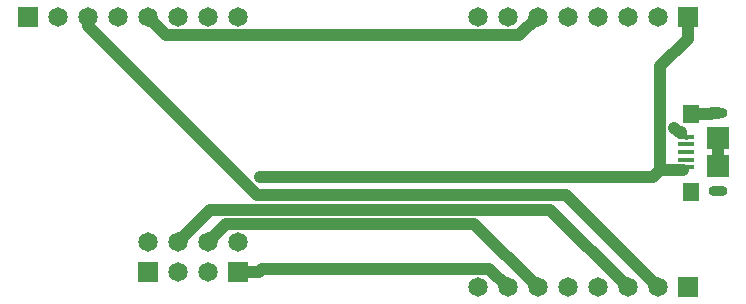
<source format=gbr>
%TF.GenerationSoftware,KiCad,Pcbnew,(5.1.7)-1*%
%TF.CreationDate,2020-12-19T10:57:03+09:00*%
%TF.ProjectId,pcbkicad,7063626b-6963-4616-942e-6b696361645f,rev?*%
%TF.SameCoordinates,Original*%
%TF.FileFunction,Copper,L1,Top*%
%TF.FilePolarity,Positive*%
%FSLAX46Y46*%
G04 Gerber Fmt 4.6, Leading zero omitted, Abs format (unit mm)*
G04 Created by KiCad (PCBNEW (5.1.7)-1) date 2020-12-19 10:57:03*
%MOMM*%
%LPD*%
G01*
G04 APERTURE LIST*
%TA.AperFunction,SMDPad,CuDef*%
%ADD10R,1.400000X1.600000*%
%TD*%
%TA.AperFunction,ComponentPad*%
%ADD11O,1.600000X0.900000*%
%TD*%
%TA.AperFunction,SMDPad,CuDef*%
%ADD12R,1.900000X1.900000*%
%TD*%
%TA.AperFunction,SMDPad,CuDef*%
%ADD13R,1.350000X0.400000*%
%TD*%
%TA.AperFunction,ComponentPad*%
%ADD14R,1.651000X1.651000*%
%TD*%
%TA.AperFunction,ComponentPad*%
%ADD15C,1.651000*%
%TD*%
%TA.AperFunction,ViaPad*%
%ADD16C,0.800000*%
%TD*%
%TA.AperFunction,Conductor*%
%ADD17C,1.000000*%
%TD*%
%TA.AperFunction,Conductor*%
%ADD18C,0.399800*%
%TD*%
G04 APERTURE END LIST*
D10*
%TO.P,USB1,11*%
%TO.N,Net-(USB1-Pad10)*%
X142526080Y-86970000D03*
D11*
%TO.P,USB1,10*%
X144780000Y-86870000D03*
D12*
%TO.P,USB1,9*%
%TO.N,Net-(USB1-Pad8)*%
X144780000Y-88970000D03*
%TO.P,USB1,8*%
X144780000Y-91370000D03*
D11*
%TO.P,USB1,7*%
%TO.N,Net-(USB1-Pad7)*%
X144780000Y-93470000D03*
D10*
%TO.P,USB1,6*%
%TO.N,Net-(USB1-Pad6)*%
X142526080Y-93570000D03*
D13*
%TO.P,USB1,5*%
%TO.N,Net-(CN1-Pad2)*%
X142105000Y-88872060D03*
%TO.P,USB1,4*%
%TO.N,Net-(USB1-Pad4)*%
X142105000Y-89522300D03*
%TO.P,USB1,3*%
%TO.N,Net-(USB1-Pad3)*%
X142105000Y-90170000D03*
%TO.P,USB1,2*%
%TO.N,Net-(USB1-Pad2)*%
X142105000Y-90817700D03*
%TO.P,USB1,1*%
%TO.N,Net-(CN1-Pad1)*%
X142105000Y-91467940D03*
%TD*%
D14*
%TO.P,J1,4*%
%TO.N,Net-(CN3-Pad7)*%
X104140000Y-100330000D03*
D15*
%TO.P,J1,3*%
%TO.N,Net-(CN3-Pad6)*%
X101600000Y-100330000D03*
%TO.P,J1,2*%
%TO.N,Net-(CN1-Pad2)*%
X99060000Y-100330000D03*
D14*
%TO.P,J1,1*%
%TO.N,Net-(CN1-Pad1)*%
X96520000Y-100330000D03*
D15*
%TO.P,J1,8*%
X96520000Y-97790000D03*
%TO.P,J1,7*%
%TO.N,Net-(CN3-Pad3)*%
X99060000Y-97790000D03*
%TO.P,J1,6*%
%TO.N,Net-(CN3-Pad6)*%
X101600000Y-97790000D03*
%TO.P,J1,5*%
%TO.N,Net-(CN3-Pad7)*%
X104140000Y-97790000D03*
%TD*%
%TO.P,CN3,8*%
%TO.N,Net-(CN1-Pad2)*%
X124460000Y-101600000D03*
%TO.P,CN3,7*%
%TO.N,Net-(CN3-Pad7)*%
X127000000Y-101600000D03*
%TO.P,CN3,6*%
%TO.N,Net-(CN3-Pad6)*%
X129540000Y-101600000D03*
%TO.P,CN3,5*%
%TO.N,Net-(CN3-Pad5)*%
X132080000Y-101600000D03*
%TO.P,CN3,4*%
%TO.N,Net-(CN1-Pad2)*%
X134620000Y-101600000D03*
%TO.P,CN3,3*%
%TO.N,Net-(CN3-Pad3)*%
X137160000Y-101600000D03*
%TO.P,CN3,2*%
%TO.N,Net-(CN2-Pad3)*%
X139700000Y-101600000D03*
D14*
%TO.P,CN3,1*%
%TO.N,Net-(CN3-Pad1)*%
X142240000Y-101600000D03*
%TD*%
%TO.P,CN1,1*%
%TO.N,Net-(CN1-Pad1)*%
X142240000Y-78740000D03*
D15*
%TO.P,CN1,2*%
%TO.N,Net-(CN1-Pad2)*%
X139700000Y-78740000D03*
%TO.P,CN1,3*%
%TO.N,Net-(CN1-Pad3)*%
X137160000Y-78740000D03*
%TO.P,CN1,4*%
%TO.N,Net-(CN1-Pad4)*%
X134620000Y-78740000D03*
%TO.P,CN1,5*%
%TO.N,Net-(CN1-Pad5)*%
X132080000Y-78740000D03*
%TO.P,CN1,6*%
%TO.N,Net-(CN1-Pad6)*%
X129540000Y-78740000D03*
%TO.P,CN1,7*%
%TO.N,Net-(CN1-Pad7)*%
X127000000Y-78740000D03*
%TO.P,CN1,8*%
%TO.N,Net-(CN1-Pad8)*%
X124460000Y-78740000D03*
%TD*%
D14*
%TO.P,CN2,1*%
%TO.N,Net-(CN1-Pad1)*%
X86360000Y-78740000D03*
D15*
%TO.P,CN2,2*%
%TO.N,Net-(CN1-Pad2)*%
X88900000Y-78740000D03*
%TO.P,CN2,3*%
%TO.N,Net-(CN2-Pad3)*%
X91440000Y-78740000D03*
%TO.P,CN2,4*%
%TO.N,Net-(CN1-Pad2)*%
X93980000Y-78740000D03*
%TO.P,CN2,5*%
%TO.N,Net-(CN1-Pad6)*%
X96520000Y-78740000D03*
%TO.P,CN2,6*%
%TO.N,Net-(CN1-Pad4)*%
X99060000Y-78740000D03*
%TO.P,CN2,7*%
%TO.N,Net-(CN1-Pad5)*%
X101600000Y-78740000D03*
%TO.P,CN2,8*%
%TO.N,Net-(CN2-Pad8)*%
X104140000Y-78740000D03*
%TD*%
D16*
%TO.N,Net-(CN1-Pad2)*%
X141115300Y-88103000D03*
%TO.N,Net-(CN1-Pad1)*%
X106032600Y-92325500D03*
%TD*%
D17*
%TO.N,Net-(CN1-Pad6)*%
X96520000Y-78740000D02*
X98051700Y-80271700D01*
X98051700Y-80271700D02*
X128008300Y-80271700D01*
X128008300Y-80271700D02*
X129540000Y-78740000D01*
%TO.N,Net-(CN1-Pad2)*%
X141115300Y-88103000D02*
X141482700Y-88470400D01*
X141482700Y-88470400D02*
X141703300Y-88470400D01*
D18*
X141703300Y-88470400D02*
X142105000Y-88872100D01*
%TO.N,Net-(CN1-Pad1)*%
X141854800Y-91718100D02*
X142105000Y-91467900D01*
D17*
X139904400Y-91717900D02*
X139904600Y-91718100D01*
X139904600Y-91718100D02*
X141854800Y-91718100D01*
X139904400Y-91717900D02*
X139296800Y-92325500D01*
X139296800Y-92325500D02*
X106032600Y-92325500D01*
X142240000Y-80565500D02*
X139904400Y-82901100D01*
X139904400Y-82901100D02*
X139904400Y-91717900D01*
X142240000Y-78740000D02*
X142240000Y-80565500D01*
%TO.N,Net-(CN2-Pad3)*%
X91440000Y-78740000D02*
X91440000Y-79513300D01*
X91440000Y-79513300D02*
X105751600Y-93824900D01*
X105751600Y-93824900D02*
X131924900Y-93824900D01*
X131924900Y-93824900D02*
X139700000Y-101600000D01*
%TO.N,Net-(CN3-Pad3)*%
X137160000Y-101600000D02*
X130615000Y-95055000D01*
X130615000Y-95055000D02*
X101795000Y-95055000D01*
X101795000Y-95055000D02*
X99060000Y-97790000D01*
%TO.N,Net-(CN3-Pad6)*%
X101600000Y-97790000D02*
X103130300Y-96259700D01*
X103130300Y-96259700D02*
X124199700Y-96259700D01*
X124199700Y-96259700D02*
X129540000Y-101600000D01*
%TO.N,Net-(CN3-Pad7)*%
X104140000Y-100330000D02*
X105965500Y-100330000D01*
X127000000Y-101600000D02*
X125472000Y-100072000D01*
X125472000Y-100072000D02*
X106223500Y-100072000D01*
X106223500Y-100072000D02*
X105965500Y-100330000D01*
%TO.N,Net-(USB1-Pad8)*%
X144780000Y-91370000D02*
X144780000Y-88970000D01*
%TO.N,Net-(USB1-Pad10)*%
X142526100Y-86970000D02*
X144226100Y-86970000D01*
X144780000Y-86870000D02*
X144326100Y-86870000D01*
X144326100Y-86870000D02*
X144226100Y-86970000D01*
%TD*%
M02*

</source>
